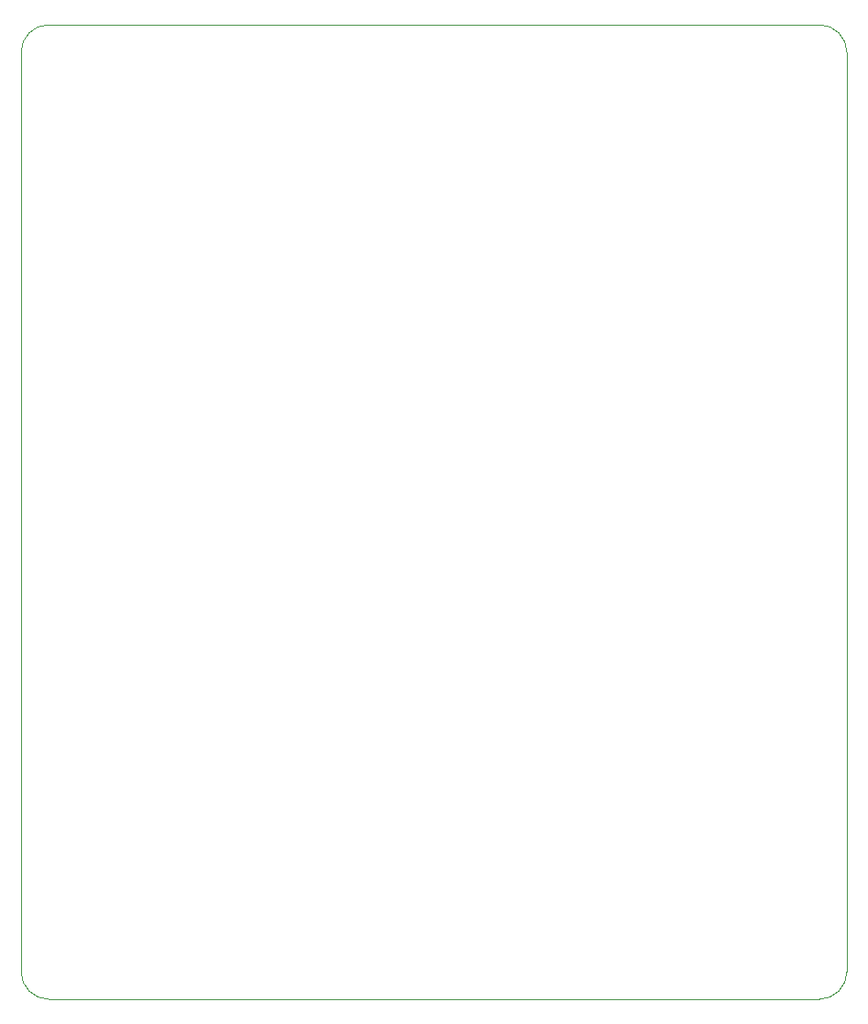
<source format=gm1>
G04*
G04 #@! TF.GenerationSoftware,Altium Limited,Altium Designer,21.2.1 (34)*
G04*
G04 Layer_Color=16711935*
%FSLAX25Y25*%
%MOIN*%
G70*
G04*
G04 #@! TF.SameCoordinates,80AB4F38-7A27-461E-8C37-B356CBF0BF54*
G04*
G04*
G04 #@! TF.FilePolarity,Positive*
G04*
G01*
G75*
%ADD36C,0.00300*%
D36*
X10000Y354000D02*
G03*
X0Y344000I0J-10000D01*
G01*
X300000Y344000D02*
G03*
X290000Y354000I-10000J0D01*
G01*
X0Y10000D02*
G03*
X10000Y0I10000J0D01*
G01*
X290000D02*
G03*
X300000Y10000I0J10000D01*
G01*
X-0D02*
X0Y344000D01*
X300000Y10000D02*
X300000Y344000D01*
X10000Y354000D02*
X290000Y354000D01*
X10000Y0D02*
X290000D01*
M02*

</source>
